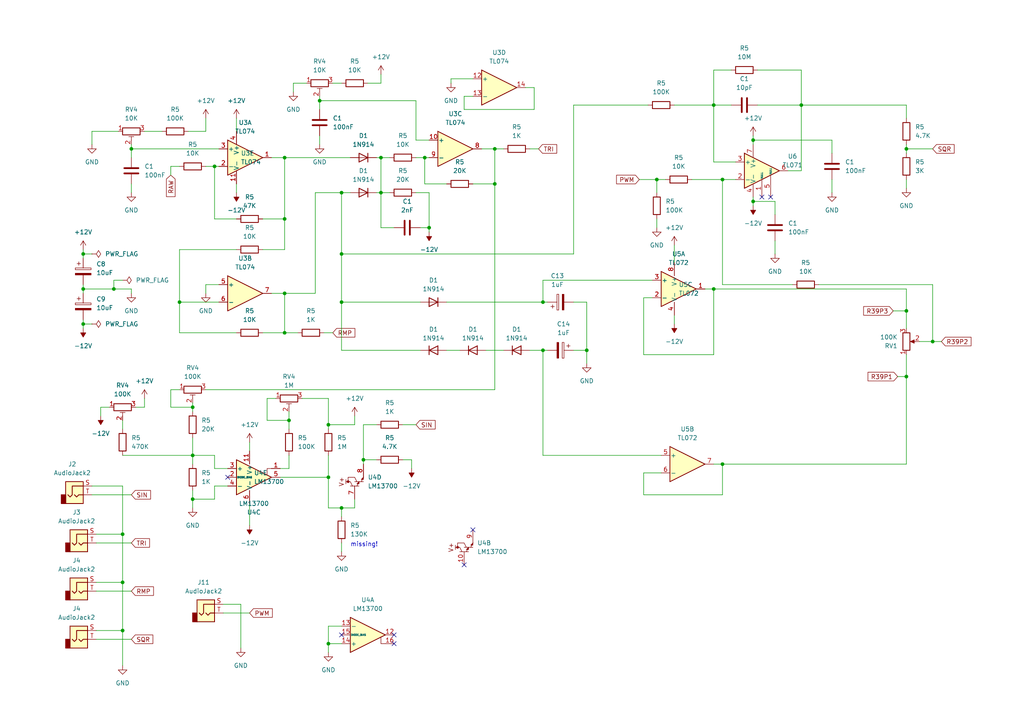
<source format=kicad_sch>
(kicad_sch (version 20230121) (generator eeschema)
  (paper "A4")
  (junction (at 35.56 168.91))
  (junction (at 157.48 87.63))
  (junction (at 35.56 182.88))
  (junction (at 124.46 66.04))
  (junction (at 35.56 154.94))
  (junction (at 110.49 45.72))
  (junction (at 143.51 53.34))
  (junction (at 157.48 101.6))
  (junction (at 123.19 45.72))
  (junction (at 55.88 144.78))
  (junction (at 83.82 121.92))
  (junction (at 190.5 52.07))
  (junction (at 218.44 40.64))
  (junction (at 82.55 63.5))
  (junction (at 218.44 58.42))
  (junction (at 99.06 73.66))
  (junction (at 143.51 43.18))
  (junction (at 262.89 90.17))
  (junction (at 207.01 83.82))
  (junction (at 99.06 147.32))
  (junction (at 170.18 101.6))
  (junction (at 262.89 109.22))
  (junction (at 99.06 55.88))
  (junction (at 270.51 99.06))
  (junction (at 82.55 96.52))
  (junction (at 95.25 138.43))
  (junction (at 105.41 133.35))
  (junction (at 209.55 134.62))
  (junction (at 33.02 83.82))
  (junction (at 55.88 132.08))
  (junction (at 52.07 87.63))
  (junction (at 209.55 52.07))
  (junction (at 92.71 29.21))
  (junction (at 95.25 186.69))
  (junction (at 24.13 93.98))
  (junction (at 95.25 123.19))
  (junction (at 24.13 73.66))
  (junction (at 24.13 83.82))
  (junction (at 82.55 45.72))
  (junction (at 62.23 48.26))
  (junction (at 55.88 118.11))
  (junction (at 207.01 30.48))
  (junction (at 82.55 85.09))
  (junction (at 262.89 43.18))
  (junction (at 99.06 87.63))
  (junction (at 110.49 55.88))
  (junction (at 38.1 43.18))
  (junction (at 232.41 30.48))
  (no_connect (at 66.04 138.43))
  (no_connect (at 220.98 57.15))
  (no_connect (at 99.06 184.15))
  (no_connect (at 223.52 57.15))
  (no_connect (at 134.62 163.83))
  (no_connect (at 114.3 186.69))
  (no_connect (at 114.3 184.15))
  (no_connect (at 137.16 153.67))
  (wire (pts (xy 77.47 115.57) (xy 77.47 121.92)))
  (wire (pts (xy 123.19 53.34) (xy 123.19 45.72)))
  (wire (pts (xy 92.71 29.21) (xy 92.71 31.75)))
  (wire (pts (xy 52.07 72.39) (xy 52.07 87.63)))
  (wire (pts (xy 110.49 24.13) (xy 110.49 21.59)))
  (wire (pts (xy 187.96 30.48) (xy 166.37 30.48)))
  (wire (pts (xy 82.55 72.39) (xy 82.55 63.5)))
  (wire (pts (xy 129.54 53.34) (xy 123.19 53.34)))
  (wire (pts (xy 35.56 182.88) (xy 35.56 193.04)))
  (wire (pts (xy 78.74 45.72) (xy 82.55 45.72)))
  (wire (pts (xy 24.13 72.39) (xy 24.13 73.66)))
  (wire (pts (xy 105.41 133.35) (xy 105.41 134.62)))
  (wire (pts (xy 95.25 138.43) (xy 81.28 138.43)))
  (wire (pts (xy 185.42 52.07) (xy 190.5 52.07)))
  (wire (pts (xy 38.1 53.34) (xy 38.1 55.88)))
  (wire (pts (xy 262.89 134.62) (xy 209.55 134.62)))
  (wire (pts (xy 59.69 48.26) (xy 62.23 48.26)))
  (wire (pts (xy 102.87 120.65) (xy 102.87 123.19)))
  (wire (pts (xy 99.06 147.32) (xy 95.25 147.32)))
  (wire (pts (xy 166.37 101.6) (xy 170.18 101.6)))
  (wire (pts (xy 101.6 55.88) (xy 99.06 55.88)))
  (wire (pts (xy 209.55 143.51) (xy 209.55 134.62)))
  (wire (pts (xy 82.55 96.52) (xy 86.36 96.52)))
  (wire (pts (xy 120.65 45.72) (xy 123.19 45.72)))
  (wire (pts (xy 262.89 95.25) (xy 262.89 90.17)))
  (wire (pts (xy 99.06 55.88) (xy 91.44 55.88)))
  (wire (pts (xy 134.62 31.75) (xy 154.94 31.75)))
  (wire (pts (xy 116.84 133.35) (xy 119.38 133.35)))
  (wire (pts (xy 190.5 52.07) (xy 190.5 55.88)))
  (wire (pts (xy 68.58 72.39) (xy 52.07 72.39)))
  (wire (pts (xy 166.37 30.48) (xy 166.37 73.66)))
  (wire (pts (xy 110.49 55.88) (xy 113.03 55.88)))
  (wire (pts (xy 62.23 140.97) (xy 66.04 140.97)))
  (wire (pts (xy 166.37 87.63) (xy 170.18 87.63)))
  (wire (pts (xy 143.51 53.34) (xy 137.16 53.34)))
  (wire (pts (xy 76.2 72.39) (xy 82.55 72.39)))
  (wire (pts (xy 83.82 121.92) (xy 83.82 119.38)))
  (wire (pts (xy 143.51 113.03) (xy 143.51 53.34)))
  (wire (pts (xy 109.22 123.19) (xy 105.41 123.19)))
  (wire (pts (xy 124.46 66.04) (xy 124.46 67.31)))
  (wire (pts (xy 140.97 101.6) (xy 146.05 101.6)))
  (wire (pts (xy 241.3 52.07) (xy 241.3 55.88)))
  (wire (pts (xy 124.46 40.64) (xy 120.65 40.64)))
  (wire (pts (xy 154.94 25.4) (xy 152.4 25.4)))
  (wire (pts (xy 121.92 101.6) (xy 99.06 101.6)))
  (wire (pts (xy 95.25 147.32) (xy 95.25 138.43)))
  (wire (pts (xy 209.55 52.07) (xy 213.36 52.07)))
  (wire (pts (xy 218.44 40.64) (xy 218.44 41.91)))
  (wire (pts (xy 228.6 49.53) (xy 232.41 49.53)))
  (wire (pts (xy 96.52 24.13) (xy 99.06 24.13)))
  (wire (pts (xy 26.67 143.51) (xy 38.1 143.51)))
  (wire (pts (xy 232.41 20.32) (xy 219.71 20.32)))
  (wire (pts (xy 232.41 30.48) (xy 232.41 20.32)))
  (wire (pts (xy 229.87 82.55) (xy 209.55 82.55)))
  (wire (pts (xy 92.71 27.94) (xy 92.71 29.21)))
  (wire (pts (xy 27.94 157.48) (xy 38.1 157.48)))
  (wire (pts (xy 207.01 83.82) (xy 204.47 83.82)))
  (wire (pts (xy 153.67 43.18) (xy 156.21 43.18)))
  (wire (pts (xy 186.69 143.51) (xy 209.55 143.51)))
  (wire (pts (xy 191.77 132.08) (xy 157.48 132.08)))
  (wire (pts (xy 232.41 49.53) (xy 232.41 30.48)))
  (wire (pts (xy 109.22 45.72) (xy 110.49 45.72)))
  (wire (pts (xy 38.1 83.82) (xy 33.02 83.82)))
  (wire (pts (xy 218.44 58.42) (xy 218.44 59.69)))
  (wire (pts (xy 121.92 66.04) (xy 124.46 66.04)))
  (wire (pts (xy 190.5 63.5) (xy 190.5 66.04)))
  (wire (pts (xy 83.82 132.08) (xy 83.82 135.89)))
  (wire (pts (xy 27.94 171.45) (xy 38.1 171.45)))
  (wire (pts (xy 49.53 118.11) (xy 55.88 118.11)))
  (wire (pts (xy 102.87 147.32) (xy 102.87 144.78)))
  (wire (pts (xy 41.91 38.1) (xy 46.99 38.1)))
  (wire (pts (xy 83.82 135.89) (xy 81.28 135.89)))
  (wire (pts (xy 207.01 46.99) (xy 207.01 30.48)))
  (wire (pts (xy 95.25 181.61) (xy 95.25 186.69)))
  (wire (pts (xy 170.18 101.6) (xy 170.18 105.41)))
  (wire (pts (xy 52.07 113.03) (xy 49.53 113.03)))
  (wire (pts (xy 99.06 73.66) (xy 99.06 55.88)))
  (wire (pts (xy 114.3 66.04) (xy 110.49 66.04)))
  (wire (pts (xy 91.44 55.88) (xy 91.44 85.09)))
  (wire (pts (xy 195.58 91.44) (xy 195.58 93.98)))
  (wire (pts (xy 24.13 73.66) (xy 24.13 74.93)))
  (wire (pts (xy 29.21 118.11) (xy 29.21 120.65)))
  (wire (pts (xy 241.3 44.45) (xy 241.3 40.64)))
  (wire (pts (xy 262.89 90.17) (xy 262.89 83.82)))
  (wire (pts (xy 68.58 63.5) (xy 62.23 63.5)))
  (wire (pts (xy 120.65 55.88) (xy 124.46 55.88)))
  (wire (pts (xy 195.58 71.12) (xy 195.58 76.2)))
  (wire (pts (xy 24.13 93.98) (xy 24.13 95.25)))
  (wire (pts (xy 38.1 43.18) (xy 38.1 45.72)))
  (wire (pts (xy 52.07 87.63) (xy 63.5 87.63)))
  (wire (pts (xy 24.13 82.55) (xy 24.13 83.82)))
  (wire (pts (xy 106.68 24.13) (xy 110.49 24.13)))
  (wire (pts (xy 72.39 146.05) (xy 72.39 152.4)))
  (wire (pts (xy 224.79 69.85) (xy 224.79 73.66)))
  (wire (pts (xy 262.89 43.18) (xy 262.89 44.45)))
  (wire (pts (xy 68.58 34.29) (xy 68.58 38.1)))
  (wire (pts (xy 82.55 96.52) (xy 76.2 96.52)))
  (wire (pts (xy 24.13 83.82) (xy 24.13 85.09)))
  (wire (pts (xy 189.23 86.36) (xy 186.69 86.36)))
  (wire (pts (xy 262.89 41.91) (xy 262.89 43.18)))
  (wire (pts (xy 33.02 83.82) (xy 24.13 83.82)))
  (wire (pts (xy 34.29 38.1) (xy 26.67 38.1)))
  (wire (pts (xy 59.69 82.55) (xy 59.69 85.09)))
  (wire (pts (xy 95.25 115.57) (xy 95.25 123.19)))
  (wire (pts (xy 78.74 85.09) (xy 82.55 85.09)))
  (wire (pts (xy 218.44 39.37) (xy 218.44 40.64)))
  (wire (pts (xy 95.25 186.69) (xy 95.25 189.23)))
  (wire (pts (xy 123.19 45.72) (xy 124.46 45.72)))
  (wire (pts (xy 219.71 30.48) (xy 232.41 30.48)))
  (wire (pts (xy 157.48 101.6) (xy 158.75 101.6)))
  (wire (pts (xy 91.44 85.09) (xy 82.55 85.09)))
  (wire (pts (xy 27.94 168.91) (xy 35.56 168.91)))
  (wire (pts (xy 124.46 55.88) (xy 124.46 66.04)))
  (wire (pts (xy 153.67 101.6) (xy 157.48 101.6)))
  (wire (pts (xy 72.39 128.27) (xy 72.39 130.81)))
  (wire (pts (xy 218.44 58.42) (xy 224.79 58.42)))
  (wire (pts (xy 69.85 175.26) (xy 69.85 187.96)))
  (wire (pts (xy 143.51 43.18) (xy 143.51 53.34)))
  (wire (pts (xy 110.49 66.04) (xy 110.49 55.88)))
  (wire (pts (xy 83.82 121.92) (xy 83.82 124.46)))
  (wire (pts (xy 119.38 133.35) (xy 119.38 135.89)))
  (wire (pts (xy 143.51 43.18) (xy 146.05 43.18)))
  (wire (pts (xy 237.49 82.55) (xy 270.51 82.55)))
  (wire (pts (xy 62.23 63.5) (xy 62.23 48.26)))
  (wire (pts (xy 35.56 140.97) (xy 35.56 154.94)))
  (wire (pts (xy 120.65 40.64) (xy 120.65 29.21)))
  (wire (pts (xy 213.36 46.99) (xy 207.01 46.99)))
  (wire (pts (xy 62.23 135.89) (xy 66.04 135.89)))
  (wire (pts (xy 262.89 34.29) (xy 262.89 30.48)))
  (wire (pts (xy 262.89 30.48) (xy 232.41 30.48)))
  (wire (pts (xy 102.87 147.32) (xy 99.06 147.32)))
  (wire (pts (xy 35.56 121.92) (xy 35.56 124.46)))
  (wire (pts (xy 24.13 73.66) (xy 26.67 73.66)))
  (wire (pts (xy 38.1 85.09) (xy 38.1 83.82)))
  (wire (pts (xy 62.23 48.26) (xy 63.5 48.26)))
  (wire (pts (xy 99.06 87.63) (xy 99.06 73.66)))
  (wire (pts (xy 85.09 24.13) (xy 85.09 26.67)))
  (wire (pts (xy 209.55 134.62) (xy 207.01 134.62)))
  (wire (pts (xy 207.01 102.87) (xy 207.01 83.82)))
  (wire (pts (xy 95.25 186.69) (xy 99.06 186.69)))
  (wire (pts (xy 262.89 102.87) (xy 262.89 109.22)))
  (wire (pts (xy 120.65 29.21) (xy 92.71 29.21)))
  (wire (pts (xy 27.94 182.88) (xy 35.56 182.88)))
  (wire (pts (xy 157.48 132.08) (xy 157.48 101.6)))
  (wire (pts (xy 207.01 20.32) (xy 207.01 30.48)))
  (wire (pts (xy 55.88 127) (xy 55.88 132.08)))
  (wire (pts (xy 95.25 132.08) (xy 95.25 138.43)))
  (wire (pts (xy 52.07 96.52) (xy 52.07 87.63)))
  (wire (pts (xy 110.49 45.72) (xy 113.03 45.72)))
  (wire (pts (xy 200.66 52.07) (xy 209.55 52.07)))
  (wire (pts (xy 116.84 123.19) (xy 120.65 123.19)))
  (wire (pts (xy 137.16 27.94) (xy 134.62 27.94)))
  (wire (pts (xy 55.88 144.78) (xy 55.88 147.32)))
  (wire (pts (xy 99.06 101.6) (xy 99.06 87.63)))
  (wire (pts (xy 55.88 132.08) (xy 55.88 134.62)))
  (wire (pts (xy 99.06 147.32) (xy 99.06 149.86)))
  (wire (pts (xy 262.89 52.07) (xy 262.89 54.61)))
  (wire (pts (xy 49.53 113.03) (xy 49.53 118.11)))
  (wire (pts (xy 68.58 53.34) (xy 68.58 55.88)))
  (wire (pts (xy 195.58 30.48) (xy 207.01 30.48)))
  (wire (pts (xy 157.48 81.28) (xy 157.48 87.63)))
  (wire (pts (xy 262.89 109.22) (xy 262.89 134.62)))
  (wire (pts (xy 191.77 137.16) (xy 186.69 137.16)))
  (wire (pts (xy 218.44 57.15) (xy 218.44 58.42)))
  (wire (pts (xy 259.08 90.17) (xy 262.89 90.17)))
  (wire (pts (xy 270.51 82.55) (xy 270.51 99.06)))
  (wire (pts (xy 62.23 144.78) (xy 55.88 144.78)))
  (wire (pts (xy 87.63 115.57) (xy 95.25 115.57)))
  (wire (pts (xy 55.88 142.24) (xy 55.88 144.78)))
  (wire (pts (xy 33.02 81.28) (xy 33.02 83.82)))
  (wire (pts (xy 24.13 93.98) (xy 26.67 93.98)))
  (wire (pts (xy 102.87 123.19) (xy 95.25 123.19)))
  (wire (pts (xy 134.62 27.94) (xy 134.62 31.75)))
  (wire (pts (xy 166.37 73.66) (xy 99.06 73.66)))
  (wire (pts (xy 99.06 181.61) (xy 95.25 181.61)))
  (wire (pts (xy 157.48 87.63) (xy 158.75 87.63)))
  (wire (pts (xy 52.07 48.26) (xy 49.53 48.26)))
  (wire (pts (xy 270.51 99.06) (xy 273.05 99.06)))
  (wire (pts (xy 82.55 85.09) (xy 82.55 96.52)))
  (wire (pts (xy 62.23 140.97) (xy 62.23 144.78)))
  (wire (pts (xy 35.56 168.91) (xy 35.56 182.88)))
  (wire (pts (xy 55.88 118.11) (xy 55.88 119.38)))
  (wire (pts (xy 186.69 102.87) (xy 207.01 102.87)))
  (wire (pts (xy 39.37 118.11) (xy 41.91 118.11)))
  (wire (pts (xy 262.89 43.18) (xy 270.51 43.18)))
  (wire (pts (xy 105.41 133.35) (xy 109.22 133.35)))
  (wire (pts (xy 241.3 40.64) (xy 218.44 40.64)))
  (wire (pts (xy 35.56 154.94) (xy 35.56 168.91)))
  (wire (pts (xy 55.88 116.84) (xy 55.88 118.11)))
  (wire (pts (xy 139.7 43.18) (xy 143.51 43.18)))
  (wire (pts (xy 27.94 185.42) (xy 38.1 185.42)))
  (wire (pts (xy 92.71 39.37) (xy 92.71 41.91)))
  (wire (pts (xy 63.5 82.55) (xy 59.69 82.55)))
  (wire (pts (xy 76.2 63.5) (xy 82.55 63.5)))
  (wire (pts (xy 190.5 52.07) (xy 193.04 52.07)))
  (wire (pts (xy 95.25 123.19) (xy 95.25 124.46)))
  (wire (pts (xy 270.51 99.06) (xy 266.7 99.06)))
  (wire (pts (xy 260.35 109.22) (xy 262.89 109.22)))
  (wire (pts (xy 224.79 62.23) (xy 224.79 58.42)))
  (wire (pts (xy 24.13 92.71) (xy 24.13 93.98)))
  (wire (pts (xy 35.56 81.28) (xy 33.02 81.28)))
  (wire (pts (xy 189.23 81.28) (xy 157.48 81.28)))
  (wire (pts (xy 54.61 38.1) (xy 59.69 38.1)))
  (wire (pts (xy 82.55 45.72) (xy 101.6 45.72)))
  (wire (pts (xy 59.69 38.1) (xy 59.69 34.29)))
  (wire (pts (xy 212.09 20.32) (xy 207.01 20.32)))
  (wire (pts (xy 93.98 96.52) (xy 96.52 96.52)))
  (wire (pts (xy 41.91 118.11) (xy 41.91 115.57)))
  (wire (pts (xy 129.54 87.63) (xy 157.48 87.63)))
  (wire (pts (xy 26.67 140.97) (xy 35.56 140.97)))
  (wire (pts (xy 207.01 30.48) (xy 212.09 30.48)))
  (wire (pts (xy 137.16 22.86) (xy 130.81 22.86)))
  (wire (pts (xy 209.55 82.55) (xy 209.55 52.07)))
  (wire (pts (xy 105.41 123.19) (xy 105.41 133.35)))
  (wire (pts (xy 207.01 83.82) (xy 262.89 83.82)))
  (wire (pts (xy 130.81 22.86) (xy 130.81 24.13)))
  (wire (pts (xy 88.9 24.13) (xy 85.09 24.13)))
  (wire (pts (xy 80.01 115.57) (xy 77.47 115.57)))
  (wire (pts (xy 68.58 96.52) (xy 52.07 96.52)))
  (wire (pts (xy 49.53 48.26) (xy 49.53 50.8)))
  (wire (pts (xy 27.94 154.94) (xy 35.56 154.94)))
  (wire (pts (xy 129.54 101.6) (xy 133.35 101.6)))
  (wire (pts (xy 35.56 132.08) (xy 55.88 132.08)))
  (wire (pts (xy 62.23 132.08) (xy 55.88 132.08)))
  (wire (pts (xy 154.94 31.75) (xy 154.94 25.4)))
  (wire (pts (xy 64.77 177.8) (xy 72.39 177.8)))
  (wire (pts (xy 38.1 43.18) (xy 63.5 43.18)))
  (wire (pts (xy 186.69 86.36) (xy 186.69 102.87)))
  (wire (pts (xy 99.06 157.48) (xy 99.06 160.02)))
  (wire (pts (xy 31.75 118.11) (xy 29.21 118.11)))
  (wire (pts (xy 64.77 175.26) (xy 69.85 175.26)))
  (wire (pts (xy 77.47 121.92) (xy 83.82 121.92)))
  (wire (pts (xy 82.55 45.72) (xy 82.55 63.5)))
  (wire (pts (xy 99.06 87.63) (xy 121.92 87.63)))
  (wire (pts (xy 186.69 137.16) (xy 186.69 143.51)))
  (wire (pts (xy 59.69 113.03) (xy 143.51 113.03)))
  (wire (pts (xy 38.1 41.91) (xy 38.1 43.18)))
  (wire (pts (xy 62.23 135.89) (xy 62.23 132.08)))
  (wire (pts (xy 110.49 55.88) (xy 110.49 45.72)))
  (wire (pts (xy 170.18 87.63) (xy 170.18 101.6)))
  (wire (pts (xy 109.22 55.88) (xy 110.49 55.88)))
  (wire (pts (xy 26.67 38.1) (xy 26.67 41.91)))
  (text "missing!" (at 101.6 158.75 0) (effects (font (size 1.27 1.27)) (justify left bottom)))
  (global_label "RMP" (shape input) (at 96.52 96.52 0) (property "Intersheetrefs" "${INTERSHEET_REFS}" (effects hide)))
  (global_label "SQR" (shape input) (at 270.51 43.18 0) (property "Intersheetrefs" "${INTERSHEET_REFS}" (effects hide)))
  (global_label "R39P3" (shape input) (at 259.08 90.17 180) (property "Intersheetrefs" "${INTERSHEET_REFS}" (effects hide)))
  (global_label "RMP" (shape input) (at 38.1 171.45 0) (property "Intersheetrefs" "${INTERSHEET_REFS}" (effects hide)))
  (global_label "RAW" (shape input) (at 49.53 50.8 270) (property "Intersheetrefs" "${INTERSHEET_REFS}" (effects hide)))
  (global_label "SQR" (shape input) (at 38.1 185.42 0) (property "Intersheetrefs" "${INTERSHEET_REFS}" (effects hide)))
  (global_label "SIN" (shape input) (at 38.1 143.51 0) (property "Intersheetrefs" "${INTERSHEET_REFS}" (effects hide)))
  (global_label "SIN" (shape input) (at 120.65 123.19 0) (property "Intersheetrefs" "${INTERSHEET_REFS}" (effects hide)))
  (global_label "R39P1" (shape input) (at 260.35 109.22 180) (property "Intersheetrefs" "${INTERSHEET_REFS}" (effects hide)))
  (global_label "PWM" (shape input) (at 185.42 52.07 180) (property "Intersheetrefs" "${INTERSHEET_REFS}" (effects hide)))
  (global_label "R39P2" (shape input) (at 273.05 99.06 0) (property "Intersheetrefs" "${INTERSHEET_REFS}" (effects hide)))
  (global_label "PWM" (shape input) (at 72.39 177.8 0) (property "Intersheetrefs" "${INTERSHEET_REFS}" (effects hide)))
  (global_label "TRI" (shape input) (at 38.1 157.48 0) (property "Intersheetrefs" "${INTERSHEET_REFS}" (effects hide)))
  (global_label "TRI" (shape input) (at 156.21 43.18 0) (property "Intersheetrefs" "${INTERSHEET_REFS}" (effects hide)))
  (symbol (lib_id "Device:R") (at 102.87 24.13 90) (unit 1)
    (property "Reference" "R5" (at 102.87 17.78 90))
    (property "Value" "10K" (at 102.87 20.32 90))
    (property "Footprint" "Library:R_Axial_DIN0207_L6.3mm_D2.5mm_P7.62mm_Horizontal" (effects hide))
    (instances (project "VCO" (path "" (reference "R5") (unit 1)) (path "" (reference "R28") (unit 1)) (path "" (reference "R37") (unit 1))))
  )
  (symbol (lib_id "power:+12V") (at 41.91 115.57 0) (unit 1)
    (property "Reference" "#PWR05" (effects hide))
    (property "Value" "+12V" (at 41.91 110.49 0))
    (instances (project "VCO" (path "" (reference "#PWR05") (unit 1)) (path "" (reference "#PWR020") (unit 1)) (path "" (reference "#PWR027") (unit 1))))
  )
  (symbol (lib_id "Device:C_Polarized") (at 24.13 88.9 0) (unit 1)
    (property "Reference" "C9" (at 27.94 86.741 0) (effects (justify left)))
    (property "Value" "10uF" (at 27.94 89.281 0) (effects (justify left)))
    (property "Footprint" "Capacitor_THT:CP_Radial_D4.0mm_P2.00mm" (effects hide))
  )
  (symbol (lib_id "Device:R") (at 99.06 153.67 0) (unit 1)
    (property "Reference" "R5" (at 101.6 152.4 0) (effects (justify left)))
    (property "Value" "130K" (at 101.6 154.94 0) (effects (justify left)))
    (property "Footprint" "Library:R_Axial_DIN0207_L6.3mm_D2.5mm_P7.62mm_Horizontal" (effects hide))
    (instances (project "VCO" (path "" (reference "R5") (unit 1)) (path "" (reference "R28") (unit 1)) (path "" (reference "R51") (unit 1))))
  )
  (symbol (lib_id "power:GND") (at 85.09 26.67 0) (unit 1)
    (property "Reference" "#PWR036" (effects hide))
    (property "Value" "GND" (at 85.09 31.75 0))
  )
  (symbol (lib_id "power:-12V") (at 195.58 93.98 180) (unit 1)
    (property "Reference" "#PWR047" (effects hide))
    (property "Value" "-12V" (at 195.58 99.06 0))
  )
  (symbol (lib_id "Device:R_Potentiometer_Trim") (at 35.56 118.11 90) (mirror x) (unit 1)
    (property "Reference" "RV4" (at 35.56 111.76 90))
    (property "Value" "100K" (at 35.56 114.3 90))
    (property "Footprint" "Potentiometer_THT:Potentiometer_Bourns_3296W_Vertical" (effects hide))
    (instances (project "VCO" (path "" (reference "RV4") (unit 1)) (path "" (reference "RV8") (unit 1)) (path "" (reference "SINBIAS1") (unit 1))))
  )
  (symbol (lib_id "Amplifier_Operational:LM13700") (at 106.68 184.15 0) (unit 1)
    (property "Reference" "U4" (at 106.68 173.99 0))
    (property "Value" "LM13700" (at 106.68 176.53 0))
    (property "Footprint" "Package_DIP:DIP-16_W7.62mm_LongPads" (effects hide))
    (property "Datasheet" "http://www.ti.com/lit/ds/symlink/lm13700.pdf" (effects hide))
  )
  (symbol (lib_id "power:-12V") (at 29.21 120.65 180) (unit 1)
    (property "Reference" "#PWR023" (effects hide))
    (property "Value" "-12V" (at 29.21 125.73 0))
  )
  (symbol (lib_id "power:GND") (at 190.5 66.04 0) (unit 1)
    (property "Reference" "#PWR045" (effects hide))
    (property "Value" "GND" (at 190.5 71.12 0))
  )
  (symbol (lib_id "Device:R") (at 233.68 82.55 90) (unit 1)
    (property "Reference" "R5" (at 233.68 76.2 90))
    (property "Value" "10K" (at 233.68 78.74 90))
    (property "Footprint" "Library:R_Axial_DIN0207_L6.3mm_D2.5mm_P7.62mm_Horizontal" (effects hide))
    (instances (project "VCO" (path "" (reference "R5") (unit 1)) (path "" (reference "R28") (unit 1)) (path "" (reference "R48") (unit 1))))
  )
  (symbol (lib_id "Device:C_Polarized") (at 162.56 101.6 270) (unit 1)
    (property "Reference" "C14" (at 163.449 93.98 90))
    (property "Value" "1uF" (at 163.449 96.52 90))
    (property "Footprint" "Capacitor_THT:CP_Radial_D4.0mm_P2.00mm" (effects hide))
  )
  (symbol (lib_id "power:GND") (at 170.18 105.41 0) (unit 1)
    (property "Reference" "#PWR044" (effects hide))
    (property "Value" "GND" (at 170.18 110.49 0))
  )
  (symbol (lib_id "Diode:1N914") (at 105.41 45.72 180) (unit 1)
    (property "Reference" "D1" (at 105.41 39.37 0))
    (property "Value" "1N914" (at 105.41 41.91 0))
    (property "Footprint" "Diode_THT:D_DO-35_SOD27_P7.62mm_Horizontal" (effects hide))
    (property "Datasheet" "http://www.vishay.com/docs/85622/1n914.pdf" (effects hide))
    (property "Sim.Device" "D" (effects hide))
    (property "Sim.Pins" "1=K 2=A" (effects hide))
    (instances (project "VCO" (path "" (reference "D1") (unit 1)) (path "" (reference "D3") (unit 1)) (path "" (reference "D3") (unit 1))))
  )
  (symbol (lib_id "Connector-github:AudioJack2") (at 22.86 171.45 0) (unit 1) (on_board no)
    (property "Reference" "J4" (at 22.225 162.56 0))
    (property "Value" "AudioJack2" (at 22.225 165.1 0))
    (property "Footprint" "Connector_Audio:Jack_3.5mm_QingPu_WQP-PJ398SM_Vertical_CircularHoles" (effects hide))
    (instances (project "VCO" (path "" (reference "J4") (unit 1)) (path "" (reference "J9") (unit 1))))
  )
  (symbol (lib_id "Device:R") (at 55.88 48.26 90) (unit 1)
    (property "Reference" "R5" (at 55.88 41.91 90))
    (property "Value" "10K" (at 55.88 44.45 90))
    (property "Footprint" "Library:R_Axial_DIN0207_L6.3mm_D2.5mm_P7.62mm_Horizontal" (effects hide))
    (instances (project "VCO" (path "" (reference "R5") (unit 1)) (path "" (reference "R28") (unit 1)) (path "" (reference "R28") (unit 1))))
  )
  (symbol (lib_id "power:GND") (at 92.71 41.91 0) (unit 1)
    (property "Reference" "#PWR038" (effects hide))
    (property "Value" "GND" (at 92.71 46.99 0))
  )
  (symbol (lib_id "power:-12V") (at 68.58 55.88 180) (unit 1)
    (property "Reference" "#PWR032" (effects hide))
    (property "Value" "-12V" (at 68.58 60.96 0))
  )
  (symbol (lib_id "Connector-github:AudioJack2") (at 22.86 157.48 0) (unit 1) (on_board no)
    (property "Reference" "J3" (at 22.225 148.59 0))
    (property "Value" "AudioJack2" (at 22.225 151.13 0))
    (property "Footprint" "Connector_Audio:Jack_3.5mm_QingPu_WQP-PJ398SM_Vertical_CircularHoles" (effects hide))
    (instances (project "VCO" (path "" (reference "J3") (unit 1)) (path "" (reference "J8") (unit 1))))
  )
  (symbol (lib_id "Device:R") (at 133.35 53.34 90) (unit 1)
    (property "Reference" "R5" (at 133.35 46.99 90))
    (property "Value" "20K" (at 133.35 49.53 90))
    (property "Footprint" "Library:R_Axial_DIN0207_L6.3mm_D2.5mm_P7.62mm_Horizontal" (effects hide))
    (instances (project "VCO" (path "" (reference "R5") (unit 1)) (path "" (reference "R28") (unit 1)) (path "" (reference "R42") (unit 1))))
  )
  (symbol (lib_id "Device:R") (at 35.56 128.27 0) (unit 1)
    (property "Reference" "R5" (at 38.1 127 0) (effects (justify left)))
    (property "Value" "470K" (at 38.1 129.54 0) (effects (justify left)))
    (property "Footprint" "Library:R_Axial_DIN0207_L6.3mm_D2.5mm_P7.62mm_Horizontal" (effects hide))
    (instances (project "VCO" (path "" (reference "R5") (unit 1)) (path "" (reference "R28") (unit 1)) (path "" (reference "R26") (unit 1))))
  )
  (symbol (lib_id "power:+12V") (at 59.69 34.29 0) (unit 1)
    (property "Reference" "#PWR05" (effects hide))
    (property "Value" "+12V" (at 59.69 29.21 0))
    (instances (project "VCO" (path "" (reference "#PWR05") (unit 1)) (path "" (reference "#PWR020") (unit 1)) (path "" (reference "#PWR029") (unit 1))))
  )
  (symbol (lib_id "Device:R") (at 72.39 63.5 90) (unit 1)
    (property "Reference" "R5" (at 72.39 57.15 90))
    (property "Value" "47K" (at 72.39 59.69 90))
    (property "Footprint" "Library:R_Axial_DIN0207_L6.3mm_D2.5mm_P7.62mm_Horizontal" (effects hide))
    (instances (project "VCO" (path "" (reference "R5") (unit 1)) (path "" (reference "R28") (unit 1)) (path "" (reference "R31") (unit 1))))
  )
  (symbol (lib_id "power:PWR_FLAG") (at 26.67 93.98 270) (unit 1)
    (property "Reference" "#FLG02" (effects hide))
    (property "Value" "PWR_FLAG" (at 30.48 93.98 90) (effects (justify left)))
  )
  (symbol (lib_id "Diode:1N914") (at 105.41 55.88 180) (unit 1)
    (property "Reference" "D1" (at 105.41 49.53 0))
    (property "Value" "1N914" (at 105.41 52.07 0))
    (property "Footprint" "Diode_THT:D_DO-35_SOD27_P7.62mm_Horizontal" (effects hide))
    (property "Datasheet" "http://www.vishay.com/docs/85622/1n914.pdf" (effects hide))
    (property "Sim.Device" "D" (effects hide))
    (property "Sim.Pins" "1=K 2=A" (effects hide))
    (instances (project "VCO" (path "" (reference "D1") (unit 1)) (path "" (reference "D3") (unit 1)) (path "" (reference "D4") (unit 1))))
  )
  (symbol (lib_id "power:-12V") (at 218.44 59.69 180) (unit 1)
    (property "Reference" "#PWR049" (effects hide))
    (property "Value" "-12V" (at 218.44 64.77 0))
  )
  (symbol (lib_id "Device:R") (at 116.84 45.72 90) (unit 1)
    (property "Reference" "R5" (at 116.84 39.37 90))
    (property "Value" "10K" (at 116.84 41.91 90))
    (property "Footprint" "Library:R_Axial_DIN0207_L6.3mm_D2.5mm_P7.62mm_Horizontal" (effects hide))
    (instances (project "VCO" (path "" (reference "R5") (unit 1)) (path "" (reference "R28") (unit 1)) (path "" (reference "R40") (unit 1))))
  )
  (symbol (lib_id "Amplifier_Operational:LM13700") (at 74.93 138.43 0) (unit 5)
    (property "Reference" "U4" (at 73.66 137.16 0) (effects (justify left)))
    (property "Value" "LM13700" (at 73.66 139.7 0) (effects (justify left)))
    (property "Footprint" "Package_DIP:DIP-16_W7.62mm_LongPads" (effects hide))
    (property "Datasheet" "http://www.ti.com/lit/ds/symlink/lm13700.pdf" (effects hide))
  )
  (symbol (lib_id "Amplifier_Operational:LM13700") (at 134.62 156.21 90) (unit 2)
    (property "Reference" "U4" (at 138.43 157.48 90) (effects (justify right)))
    (property "Value" "LM13700" (at 138.43 160.02 90) (effects (justify right)))
    (property "Footprint" "Package_DIP:DIP-16_W7.62mm_LongPads" (effects hide))
    (property "Datasheet" "http://www.ti.com/lit/ds/symlink/lm13700.pdf" (effects hide))
  )
  (symbol (lib_id "power:GND") (at 35.56 193.04 0) (unit 1)
    (property "Reference" "#PWR09" (effects hide))
    (property "Value" "GND" (at 35.56 198.12 0))
    (instances (project "VCO" (path "" (reference "#PWR09") (unit 1)) (path "" (reference "#PWR049") (unit 1)) (path "" (reference "#PWR024") (unit 1))))
  )
  (symbol (lib_id "power:+12V") (at 195.58 71.12 0) (unit 1)
    (property "Reference" "#PWR05" (effects hide))
    (property "Value" "+12V" (at 195.58 66.04 0))
    (instances (project "VCO" (path "" (reference "#PWR05") (unit 1)) (path "" (reference "#PWR020") (unit 1)) (path "" (reference "#PWR046") (unit 1))))
  )
  (symbol (lib_id "Device:R") (at 113.03 123.19 90) (unit 1)
    (property "Reference" "R5" (at 113.03 116.84 90))
    (property "Value" "1K" (at 113.03 119.38 90))
    (property "Footprint" "Library:R_Axial_DIN0207_L6.3mm_D2.5mm_P7.62mm_Horizontal" (effects hide))
    (instances (project "VCO" (path "" (reference "R5") (unit 1)) (path "" (reference "R28") (unit 1)) (path "" (reference "R38") (unit 1))))
  )
  (symbol (lib_id "power:-12V") (at 24.13 95.25 180) (unit 1)
    (property "Reference" "#PWR021" (effects hide))
    (property "Value" "-12V" (at 24.13 100.33 0))
  )
  (symbol (lib_id "Diode:1N914") (at 137.16 101.6 0) (unit 1)
    (property "Reference" "D1" (at 137.16 95.5306 0))
    (property "Value" "1N914" (at 137.16 98.0706 0))
    (property "Footprint" "Diode_THT:D_DO-35_SOD27_P7.62mm_Horizontal" (effects hide))
    (property "Datasheet" "http://www.vishay.com/docs/85622/1n914.pdf" (effects hide))
    (property "Sim.Device" "D" (effects hide))
    (property "Sim.Pins" "1=K 2=A" (effects hide))
    (instances (project "VCO" (path "" (reference "D1") (unit 1)) (path "" (reference "D3") (unit 1)) (path "" (reference "D7") (unit 1))))
  )
  (symbol (lib_id "Device:R") (at 95.25 128.27 0) (unit 1)
    (property "Reference" "R5" (at 97.79 127 0) (effects (justify left)))
    (property "Value" "1M" (at 97.79 129.54 0) (effects (justify left)))
    (property "Footprint" "Library:R_Axial_DIN0207_L6.3mm_D2.5mm_P7.62mm_Horizontal" (effects hide))
    (instances (project "VCO" (path "" (reference "R5") (unit 1)) (path "" (reference "R28") (unit 1)) (path "" (reference "R36") (unit 1))))
  )
  (symbol (lib_id "Amplifier_Operational:TL072") (at 198.12 83.82 0) (unit 3)
    (property "Reference" "U5" (at 196.85 82.55 0) (effects (justify left)))
    (property "Value" "TL072" (at 196.85 85.09 0) (effects (justify left)))
    (property "Footprint" "Package_DIP:DIP-8_W7.62mm_LongPads" (effects hide))
    (property "Datasheet" "http://www.ti.com/lit/ds/symlink/tl071.pdf" (effects hide))
  )
  (symbol (lib_id "Device:R") (at 215.9 20.32 90) (unit 1)
    (property "Reference" "R5" (at 215.9 13.97 90))
    (property "Value" "10M" (at 215.9 16.51 90))
    (property "Footprint" "Library:R_Axial_DIN0207_L6.3mm_D2.5mm_P7.62mm_Horizontal" (effects hide))
    (instances (project "VCO" (path "" (reference "R5") (unit 1)) (path "" (reference "R28") (unit 1)) (path "" (reference "R47") (unit 1))))
  )
  (symbol (lib_id "Connector-github:AudioJack2") (at 21.59 143.51 0) (unit 1) (on_board no)
    (property "Reference" "J2" (at 20.955 134.62 0))
    (property "Value" "AudioJack2" (at 20.955 137.16 0))
    (property "Footprint" "Connector_Audio:Jack_3.5mm_QingPu_WQP-PJ398SM_Vertical_CircularHoles" (effects hide))
    (instances (project "VCO" (path "" (reference "J2") (unit 1)) (path "" (reference "J7") (unit 1))))
  )
  (symbol (lib_id "Device:C") (at 38.1 49.53 180) (unit 1)
    (property "Reference" "C1" (at 41.91 48.26 0) (effects (justify right)))
    (property "Value" "100nF" (at 41.91 50.8 0) (effects (justify right)))
    (property "Footprint" "Capacitor_THT:C_Disc_D3.0mm_W1.6mm_P2.50mm" (effects hide))
    (instances (project "VCO" (path "" (reference "C1") (unit 1)) (path "" (reference "C8") (unit 1)) (path "" (reference "C10") (unit 1))))
  )
  (symbol (lib_id "Device:R_Potentiometer_Trim") (at 55.88 113.03 90) (mirror x) (unit 1)
    (property "Reference" "RV4" (at 55.88 106.68 90))
    (property "Value" "100K" (at 55.88 109.22 90))
    (property "Footprint" "Potentiometer_THT:Potentiometer_Bourns_3296W_Vertical" (effects hide))
    (instances (project "VCO" (path "" (reference "RV4") (unit 1)) (path "" (reference "RV8") (unit 1)) (path "" (reference "SINSHAPE1") (unit 1))))
  )
  (symbol (lib_id "Device:R") (at 55.88 123.19 0) (unit 1)
    (property "Reference" "R5" (at 58.42 121.92 0) (effects (justify left)))
    (property "Value" "20K" (at 58.42 124.46 0) (effects (justify left)))
    (property "Footprint" "Library:R_Axial_DIN0207_L6.3mm_D2.5mm_P7.62mm_Horizontal" (effects hide))
    (instances (project "VCO" (path "" (reference "R5") (unit 1)) (path "" (reference "R28") (unit 1)) (path "" (reference "R29") (unit 1))))
  )
  (symbol (lib_id "Diode:1N914") (at 125.73 87.63 180) (unit 1)
    (property "Reference" "D1" (at 125.73 81.28 0))
    (property "Value" "1N914" (at 125.73 83.82 0))
    (property "Footprint" "Diode_THT:D_DO-35_SOD27_P7.62mm_Horizontal" (effects hide))
    (property "Datasheet" "http://www.vishay.com/docs/85622/1n914.pdf" (effects hide))
    (property "Sim.Device" "D" (effects hide))
    (property "Sim.Pins" "1=K 2=A" (effects hide))
    (instances (project "VCO" (path "" (reference "D1") (unit 1)) (path "" (reference "D3") (unit 1)) (path "" (reference "D5") (unit 1))))
  )
  (symbol (lib_id "Device:R") (at 50.8 38.1 90) (unit 1)
    (property "Reference" "R5" (at 50.8 31.75 90))
    (property "Value" "100K" (at 50.8 34.29 90))
    (property "Footprint" "Library:R_Axial_DIN0207_L6.3mm_D2.5mm_P7.62mm_Horizontal" (effects hide))
    (instances (project "VCO" (path "" (reference "R5") (unit 1)) (path "" (reference "R28") (unit 1)) (path "" (reference "R27") (unit 1))))
  )
  (symbol (lib_id "Device:C") (at 92.71 35.56 180) (unit 1)
    (property "Reference" "C1" (at 96.52 34.29 0) (effects (justify right)))
    (property "Value" "100nF" (at 96.52 36.83 0) (effects (justify right)))
    (property "Footprint" "Capacitor_THT:C_Disc_D3.0mm_W1.6mm_P2.50mm" (effects hide))
    (instances (project "VCO" (path "" (reference "C1") (unit 1)) (path "" (reference "C8") (unit 1)) (path "" (reference "C11") (unit 1))))
  )
  (symbol (lib_id "Connector-github:AudioJack2") (at 59.69 177.8 0) (unit 1) (on_board no)
    (property "Reference" "J11" (at 59.055 168.91 0))
    (property "Value" "AudioJack2" (at 59.055 171.45 0))
    (property "Footprint" "Connector_Audio:Jack_3.5mm_QingPu_WQP-PJ398SM_Vertical_CircularHoles" (effects hide))
    (instances (project "VCO" (path "" (reference "J11") (unit 1)) (path "" (reference "J12") (unit 1))))
  )
  (symbol (lib_id "Amplifier_Operational:TL074") (at 132.08 43.18 0) (unit 3)
    (property "Reference" "U3" (at 132.08 33.02 0))
    (property "Value" "TL074" (at 132.08 35.56 0))
    (property "Footprint" "Package_DIP:DIP-14_W7.62mm_LongPads" (effects hide))
    (property "Datasheet" "http://www.ti.com/lit/ds/symlink/tl071.pdf" (effects hide))
  )
  (symbol (lib_id "Device:R") (at 113.03 133.35 90) (unit 1)
    (property "Reference" "R5" (at 113.03 127 90))
    (property "Value" "4.7K" (at 113.03 129.54 90))
    (property "Footprint" "Library:R_Axial_DIN0207_L6.3mm_D2.5mm_P7.62mm_Horizontal" (effects hide))
    (instances (project "VCO" (path "" (reference "R5") (unit 1)) (path "" (reference "R28") (unit 1)) (path "" (reference "R39") (unit 1))))
  )
  (symbol (lib_id "power:GND") (at 38.1 85.09 0) (unit 1)
    (property "Reference" "#PWR026" (effects hide))
    (property "Value" "GND" (at 38.1 90.17 0))
  )
  (symbol (lib_id "power:PWR_FLAG") (at 26.67 73.66 270) (unit 1)
    (property "Reference" "#FLG01" (effects hide))
    (property "Value" "PWR_FLAG" (at 30.48 73.66 90) (effects (justify left)))
  )
  (symbol (lib_id "Amplifier_Operational:TL074") (at 71.12 45.72 0) (unit 1)
    (property "Reference" "U3" (at 71.12 35.56 0))
    (property "Value" "TL074" (at 71.12 38.1 0))
    (property "Footprint" "Package_DIP:DIP-14_W7.62mm_LongPads" (effects hide))
    (property "Datasheet" "http://www.ti.com/lit/ds/symlink/tl071.pdf" (effects hide))
  )
  (symbol (lib_id "Amplifier_Operational:TL074") (at 71.12 85.09 0) (unit 2)
    (property "Reference" "U3" (at 71.12 74.93 0))
    (property "Value" "TL074" (at 71.12 77.47 0))
    (property "Footprint" "Package_DIP:DIP-14_W7.62mm_LongPads" (effects hide))
    (property "Datasheet" "http://www.ti.com/lit/ds/symlink/tl071.pdf" (effects hide))
  )
  (symbol (lib_id "power:-12V") (at 72.39 152.4 180) (unit 1)
    (property "Reference" "#PWR035" (effects hide))
    (property "Value" "-12V" (at 72.39 157.48 0))
  )
  (symbol (lib_id "power:GND") (at 59.69 85.09 0) (unit 1)
    (property "Reference" "#PWR030" (effects hide))
    (property "Value" "GND" (at 59.69 90.17 0))
  )
  (symbol (lib_id "Device:C_Polarized") (at 162.56 87.63 90) (unit 1)
    (property "Reference" "C13" (at 161.671 80.01 90))
    (property "Value" "1uF" (at 161.671 82.55 90))
    (property "Footprint" "Capacitor_THT:CP_Radial_D4.0mm_P2.00mm" (effects hide))
  )
  (symbol (lib_id "Device:R") (at 262.89 48.26 0) (unit 1)
    (property "Reference" "R5" (at 265.43 46.99 0) (effects (justify left)))
    (property "Value" "3K" (at 265.43 49.53 0) (effects (justify left)))
    (property "Footprint" "Library:R_Axial_DIN0207_L6.3mm_D2.5mm_P7.62mm_Horizontal" (effects hide))
    (instances (project "VCO" (path "" (reference "R5") (unit 1)) (path "" (reference "R28") (unit 1)) (path "" (reference "R50") (unit 1))))
  )
  (symbol (lib_id "Amplifier_Operational:TL072") (at 196.85 83.82 0) (unit 1)
    (property "Reference" "U5" (at 196.85 73.66 0))
    (property "Value" "TL072" (at 196.85 76.2 0))
    (property "Footprint" "Package_DIP:DIP-8_W7.62mm_LongPads" (effects hide))
    (property "Datasheet" "http://www.ti.com/lit/ds/symlink/tl071.pdf" (effects hide))
  )
  (symbol (lib_id "Device:R") (at 149.86 43.18 90) (unit 1)
    (property "Reference" "R5" (at 149.86 36.83 90))
    (property "Value" "1K" (at 149.86 39.37 90))
    (property "Footprint" "Library:R_Axial_DIN0207_L6.3mm_D2.5mm_P7.62mm_Horizontal" (effects hide))
    (instances (project "VCO" (path "" (reference "R5") (unit 1)) (path "" (reference "R28") (unit 1)) (path "" (reference "R43") (unit 1))))
  )
  (symbol (lib_id "power:GND") (at 55.88 147.32 0) (unit 1)
    (property "Reference" "#PWR028" (effects hide))
    (property "Value" "GND" (at 55.88 152.4 0))
  )
  (symbol (lib_id "Device:R") (at 191.77 30.48 90) (unit 1)
    (property "Reference" "R5" (at 191.77 24.13 90))
    (property "Value" "100K" (at 191.77 26.67 90))
    (property "Footprint" "Library:R_Axial_DIN0207_L6.3mm_D2.5mm_P7.62mm_Horizontal" (effects hide))
    (instances (project "VCO" (path "" (reference "R5") (unit 1)) (path "" (reference "R28") (unit 1)) (path "" (reference "R45") (unit 1))))
  )
  (symbol (lib_id "power:PWR_FLAG") (at 35.56 81.28 270) (unit 1)
    (property "Reference" "#FLG03" (effects hide))
    (property "Value" "PWR_FLAG" (at 39.37 81.28 90) (effects (justify left)))
  )
  (symbol (lib_id "power:GND") (at 224.79 73.66 0) (unit 1)
    (property "Reference" "#PWR050" (effects hide))
    (property "Value" "GND" (at 224.79 78.74 0))
  )
  (symbol (lib_id "power:+12V") (at 24.13 72.39 0) (unit 1)
    (property "Reference" "#PWR05" (effects hide))
    (property "Value" "+12V" (at 24.13 67.31 0))
    (instances (project "VCO" (path "" (reference "#PWR05") (unit 1)) (path "" (reference "#PWR020") (unit 1)) (path "" (reference "#PWR020") (unit 1))))
  )
  (symbol (lib_id "Device:R_Potentiometer") (at 262.89 99.06 0) (mirror x) (unit 1) (on_board no)
    (property "Reference" "RV1" (at 260.35 100.33 0) (effects (justify right)))
    (property "Value" "100K" (at 260.35 97.79 0) (effects (justify right)))
    (property "Footprint" "Potentiometer_THT:Potentiometer_Bourns_PTV09A-1_Single_Vertical" (effects hide))
    (instances (project "VCO" (path "" (reference "RV1") (unit 1)) (path "" (reference "RV6") (unit 1)) (path "" (reference "RV3") (unit 1))))
  )
  (symbol (lib_id "power:+12V") (at 102.87 120.65 0) (unit 1)
    (property "Reference" "#PWR05" (effects hide))
    (property "Value" "+12V" (at 102.87 115.57 0))
    (instances (project "VCO" (path "" (reference "#PWR05") (unit 1)) (path "" (reference "#PWR020") (unit 1)) (path "" (reference "#PWR039") (unit 1))))
  )
  (symbol (lib_id "Device:R") (at 116.84 55.88 90) (unit 1)
    (property "Reference" "R5" (at 116.84 49.53 90))
    (property "Value" "20K" (at 116.84 52.07 90))
    (property "Footprint" "Library:R_Axial_DIN0207_L6.3mm_D2.5mm_P7.62mm_Horizontal" (effects hide))
    (instances (project "VCO" (path "" (reference "R5") (unit 1)) (path "" (reference "R28") (unit 1)) (path "" (reference "R41") (unit 1))))
  )
  (symbol (lib_id "power:GND") (at 69.85 187.96 0) (unit 1)
    (property "Reference" "#PWR09" (effects hide))
    (property "Value" "GND" (at 69.85 193.04 0))
    (instances (project "VCO" (path "" (reference "#PWR09") (unit 1)) (path "" (reference "#PWR052") (unit 1)) (path "" (reference "#PWR033") (unit 1))))
  )
  (symbol (lib_id "Device:R") (at 72.39 96.52 90) (unit 1)
    (property "Reference" "R5" (at 72.39 90.17 90))
    (property "Value" "10K" (at 72.39 92.71 90))
    (property "Footprint" "Library:R_Axial_DIN0207_L6.3mm_D2.5mm_P7.62mm_Horizontal" (effects hide))
    (instances (project "VCO" (path "" (reference "R5") (unit 1)) (path "" (reference "R28") (unit 1)) (path "" (reference "R33") (unit 1))))
  )
  (symbol (lib_id "Device:R") (at 72.39 72.39 90) (unit 1)
    (property "Reference" "R5" (at 72.39 66.04 90))
    (property "Value" "10K" (at 72.39 68.58 90))
    (property "Footprint" "Library:R_Axial_DIN0207_L6.3mm_D2.5mm_P7.62mm_Horizontal" (effects hide))
    (instances (project "VCO" (path "" (reference "R5") (unit 1)) (path "" (reference "R28") (unit 1)) (path "" (reference "R32") (unit 1))))
  )
  (symbol (lib_id "Device:R_Potentiometer_Trim") (at 83.82 115.57 90) (mirror x) (unit 1)
    (property "Reference" "RV4" (at 83.82 109.22 90))
    (property "Value" "1M" (at 83.82 111.76 90))
    (property "Footprint" "Potentiometer_THT:Potentiometer_Bourns_3296W_Vertical" (effects hide))
    (instances (project "VCO" (path "" (reference "RV4") (unit 1)) (path "" (reference "RV8") (unit 1)) (path "" (reference "SINLVL1") (unit 1))))
  )
  (symbol (lib_id "Amplifier_Operational:TL072") (at 199.39 134.62 0) (unit 2)
    (property "Reference" "U5" (at 199.39 124.46 0))
    (property "Value" "TL072" (at 199.39 127 0))
    (property "Footprint" "Package_DIP:DIP-8_W7.62mm_LongPads" (effects hide))
    (property "Datasheet" "http://www.ti.com/lit/ds/symlink/tl071.pdf" (effects hide))
  )
  (symbol (lib_id "power:GND") (at 262.89 54.61 0) (unit 1)
    (property "Reference" "#PWR052" (effects hide))
    (property "Value" "GND" (at 262.89 59.69 0))
  )
  (symbol (lib_id "Device:C") (at 241.3 48.26 180) (unit 1)
    (property "Reference" "C1" (at 245.11 46.99 0) (effects (justify right)))
    (property "Value" "100nF" (at 245.11 49.53 0) (effects (justify right)))
    (property "Footprint" "Capacitor_THT:C_Disc_D3.0mm_W1.6mm_P2.50mm" (effects hide))
    (instances (project "VCO" (path "" (reference "C1") (unit 1)) (path "" (reference "C8") (unit 1)) (path "" (reference "C17") (unit 1))))
  )
  (symbol (lib_id "Diode:1N914") (at 149.86 101.6 0) (unit 1)
    (property "Reference" "D1" (at 149.86 95.5306 0))
    (property "Value" "1N914" (at 149.86 98.0706 0))
    (property "Footprint" "Diode_THT:D_DO-35_SOD27_P7.62mm_Horizontal" (effects hide))
    (property "Datasheet" "http://www.vishay.com/docs/85622/1n914.pdf" (effects hide))
    (property "Sim.Device" "D" (effects hide))
    (property "Sim.Pins" "1=K 2=A" (effects hide))
    (instances (project "VCO" (path "" (reference "D1") (unit 1)) (path "" (reference "D3") (unit 1)) (path "" (reference "D8") (unit 1))))
  )
  (symbol (lib_id "power:GND") (at 130.81 24.13 0) (unit 1)
    (property "Reference" "#PWR043" (effects hide))
    (property "Value" "GND" (at 130.81 29.21 0))
  )
  (symbol (lib_id "Device:R") (at 196.85 52.07 90) (unit 1)
    (property "Reference" "R5" (at 196.85 45.72 90))
    (property "Value" "10K" (at 196.85 48.26 90))
    (property "Footprint" "Library:R_Axial_DIN0207_L6.3mm_D2.5mm_P7.62mm_Horizontal" (effects hide))
    (instances (project "VCO" (path "" (reference "R5") (unit 1)) (path "" (reference "R28") (unit 1)) (path "" (reference "R46") (unit 1))))
  )
  (symbol (lib_id "Amplifier_Operational:LM13700") (at 73.66 138.43 0) (mirror x) (unit 3)
    (property "Reference" "U4" (at 73.66 148.59 0))
    (property "Value" "LM13700" (at 73.66 146.05 0))
    (property "Footprint" "Package_DIP:DIP-16_W7.62mm_LongPads" (effects hide))
    (property "Datasheet" "http://www.ti.com/lit/ds/symlink/lm13700.pdf" (effects hide))
  )
  (symbol (lib_id "Amplifier_Operational:TL071") (at 220.98 49.53 0) (unit 1)
    (property "Reference" "U6" (at 229.87 45.3391 0))
    (property "Value" "TL071" (at 229.87 47.8791 0))
    (property "Footprint" "Package_DIP:DIP-8_W7.62mm_LongPads" (effects hide))
    (property "Datasheet" "http://www.ti.com/lit/ds/symlink/tl071.pdf" (effects hide))
  )
  (symbol (lib_id "Device:R") (at 262.89 38.1 0) (unit 1)
    (property "Reference" "R5" (at 265.43 36.83 0) (effects (justify left)))
    (property "Value" "4.7K" (at 265.43 39.37 0) (effects (justify left)))
    (property "Footprint" "Library:R_Axial_DIN0207_L6.3mm_D2.5mm_P7.62mm_Horizontal" (effects hide))
    (instances (project "VCO" (path "" (reference "R5") (unit 1)) (path "" (reference "R28") (unit 1)) (path "" (reference "R49") (unit 1))))
  )
  (symbol (lib_id "Diode:1N914") (at 125.73 101.6 0) (unit 1)
    (property "Reference" "D1" (at 125.73 95.5306 0))
    (property "Value" "1N914" (at 125.73 98.0706 0))
    (property "Footprint" "Diode_THT:D_DO-35_SOD27_P7.62mm_Horizontal" (effects hide))
    (property "Datasheet" "http://www.vishay.com/docs/85622/1n914.pdf" (effects hide))
    (property "Sim.Device" "D" (effects hide))
    (property "Sim.Pins" "1=K 2=A" (effects hide))
    (instances (project "VCO" (path "" (reference "D1") (unit 1)) (path "" (reference "D3") (unit 1)) (path "" (reference "D6") (unit 1))))
  )
  (symbol (lib_id "Device:C") (at 215.9 30.48 270) (unit 1)
    (property "Reference" "C1" (at 215.9 22.86 90))
    (property "Value" "10pF" (at 215.9 25.4 90))
    (property "Footprint" "Capacitor_THT:C_Disc_D3.0mm_W1.6mm_P2.50mm" (effects hide))
    (instances (project "VCO" (path "" (reference "C1") (unit 1)) (path "" (reference "C8") (unit 1)) (path "" (reference "C15") (unit 1))))
  )
  (symbol (lib_id "Amplifier_Operational:TL074") (at 144.78 25.4 0) (unit 4)
    (property "Reference" "U3" (at 144.78 15.24 0))
    (property "Value" "TL074" (at 144.78 17.78 0))
    (property "Footprint" "Package_DIP:DIP-14_W7.62mm_LongPads" (effects hide))
    (property "Datasheet" "http://www.ti.com/lit/ds/symlink/tl071.pdf" (effects hide))
  )
  (symbol (lib_id "power:-12V") (at 119.38 135.89 180) (unit 1)
    (property "Reference" "#PWR041" (effects hide))
    (property "Value" "-12V" (at 119.38 140.97 0))
  )
  (symbol (lib_id "Device:R_Potentiometer_Trim") (at 38.1 38.1 90) (mirror x) (unit 1)
    (property "Reference" "RV4" (at 38.1 31.75 90))
    (property "Value" "10K" (at 38.1 34.29 90))
    (property "Footprint" "Potentiometer_THT:Potentiometer_Bourns_3296W_Vertical" (effects hide))
    (instances (project "VCO" (path "" (reference "RV4") (unit 1)) (path "" (reference "RV8") (unit 1)) (path "" (reference "SAWOFST1") (unit 1))))
  )
  (symbol (lib_id "power:GND") (at 95.25 189.23 0) (unit 1)
    (property "Reference" "#PWR037" (effects hide))
    (property "Value" "GND" (at 95.25 194.31 0))
  )
  (symbol (lib_id "Device:R") (at 83.82 128.27 0) (unit 1)
    (property "Reference" "R5" (at 86.36 127 0) (effects (justify left)))
    (property "Value" "100K" (at 86.36 129.54 0) (effects (justify left)))
    (property "Footprint" "Library:R_Axial_DIN0207_L6.3mm_D2.5mm_P7.62mm_Horizontal" (effects hide))
    (instances (project "VCO" (path "" (reference "R5") (unit 1)) (path "" (reference "R28") (unit 1)) (path "" (reference "R34") (unit 1))))
  )
  (symbol (lib_id "power:+12V") (at 68.58 34.29 0) (unit 1)
    (property "Reference" "#PWR05" (effects hide))
    (property "Value" "+12V" (at 68.58 29.21 0))
    (instances (project "VCO" (path "" (reference "#PWR05") (unit 1)) (path "" (reference "#PWR020") (unit 1)) (path "" (reference "#PWR031") (unit 1))))
  )
  (symbol (lib_id "power:-12V") (at 124.46 67.31 180) (unit 1)
    (property "Reference" "#PWR042" (effects hide))
    (property "Value" "-12V" (at 124.46 72.39 0))
  )
  (symbol (lib_id "Device:C") (at 118.11 66.04 270) (unit 1)
    (property "Reference" "C1" (at 118.11 58.42 90))
    (property "Value" "2nF" (at 118.11 60.96 90))
    (property "Footprint" "Capacitor_THT:C_Disc_D3.0mm_W1.6mm_P2.50mm" (effects hide))
    (instances (project "VCO" (path "" (reference "C1") (unit 1)) (path "" (reference "C8") (unit 1)) (path "" (reference "C12") (unit 1))))
  )
  (symbol (lib_id "power:GND") (at 26.67 41.91 0) (unit 1)
    (property "Reference" "#PWR022" (effects hide))
    (property "Value" "GND" (at 26.67 46.99 0))
  )
  (symbol (lib_id "Device:C_Polarized") (at 24.13 78.74 0) (unit 1)
    (property "Reference" "C8" (at 27.94 76.581 0) (effects (justify left)))
    (property "Value" "10uF" (at 27.94 79.121 0) (effects (justify left)))
    (property "Footprint" "Capacitor_THT:CP_Radial_D4.0mm_P2.00mm" (effects hide))
  )
  (symbol (lib_id "Device:C") (at 224.79 66.04 180) (unit 1)
    (property "Reference" "C1" (at 228.6 64.77 0) (effects (justify right)))
    (property "Value" "100nF" (at 228.6 67.31 0) (effects (justify right)))
    (property "Footprint" "Capacitor_THT:C_Disc_D3.0mm_W1.6mm_P2.50mm" (effects hide))
    (instances (project "VCO" (path "" (reference "C1") (unit 1)) (path "" (reference "C8") (unit 1)) (path "" (reference "C16") (unit 1))))
  )
  (symbol (lib_id "Device:R_Potentiometer_Trim") (at 92.71 24.13 90) (mirror x) (unit 1)
    (property "Reference" "RV4" (at 92.71 17.78 90))
    (property "Value" "10K" (at 92.71 20.32 90))
    (property "Footprint" "Potentiometer_THT:Potentiometer_Bourns_3296W_Vertical" (effects hide))
    (instances (project "VCO" (path "" (reference "RV4") (unit 1)) (path "" (reference "RV8") (unit 1)) (path "" (reference "TRIOFST1") (unit 1))))
  )
  (symbol (lib_id "Device:R") (at 90.17 96.52 90) (unit 1)
    (property "Reference" "R5" (at 90.17 90.17 90))
    (property "Value" "1K" (at 90.17 92.71 90))
    (property "Footprint" "Library:R_Axial_DIN0207_L6.3mm_D2.5mm_P7.62mm_Horizontal" (effects hide))
    (instances (project "VCO" (path "" (reference "R5") (unit 1)) (path "" (reference "R28") (unit 1)) (path "" (reference "R35") (unit 1))))
  )
  (symbol (lib_id "Amplifier_Operational:LM13700") (at 102.87 137.16 90) (unit 4)
    (property "Reference" "U4" (at 106.68 138.43 90) (effects (justify right)))
    (property "Value" "LM13700" (at 106.68 140.97 90) (effects (justify right)))
    (property "Footprint" "Package_DIP:DIP-16_W7.62mm_LongPads" (effects hide))
    (property "Datasheet" "http://www.ti.com/lit/ds/symlink/lm13700.pdf" (effects hide))
  )
  (symbol (lib_id "power:+12V") (at 110.49 21.59 0) (unit 1)
    (property "Reference" "#PWR05" (effects hide))
    (property "Value" "+12V" (at 110.49 16.51 0))
    (instances (project "VCO" (path "" (reference "#PWR05") (unit 1)) (path "" (reference "#PWR020") (unit 1)) (path "" (reference "#PWR040") (unit 1))))
  )
  (symbol (lib_id "power:GND") (at 38.1 55.88 0) (unit 1)
    (property "Reference" "#PWR025" (effects hide))
    (property "Value" "GND" (at 38.1 60.96 0))
  )
  (symbol (lib_id "power:GND") (at 99.06 160.02 0) (unit 1)
    (property "Reference" "#PWR060" (effects hide))
    (property "Value" "GND" (at 99.06 165.1 0))
  )
  (symbol (lib_id "Amplifier_Operational:TL074") (at 71.12 45.72 0) (unit 5)
    (property "Reference" "U3" (at 69.85 44.45 0) (effects (justify left)))
    (property "Value" "TL074" (at 69.85 46.99 0) (effects (justify left)))
    (property "Footprint" "Package_DIP:DIP-14_W7.62mm_LongPads" (effects hide))
    (property "Datasheet" "http://www.ti.com/lit/ds/symlink/tl071.pdf" (effects hide))
  )
  (symbol (lib_id "power:GND") (at 241.3 55.88 0) (unit 1)
    (property "Reference" "#PWR051" (effects hide))
    (property "Value" "GND" (at 241.3 60.96 0))
  )
  (symbol (lib_id "Connector-github:AudioJack2") (at 22.86 185.42 0) (unit 1) (on_board no)
    (property "Reference" "J4" (at 22.225 176.53 0))
    (property "Value" "AudioJack2" (at 22.225 179.07 0))
    (property "Footprint" "Connector_Audio:Jack_3.5mm_QingPu_WQP-PJ398SM_Vertical_CircularHoles" (effects hide))
    (instances (project "VCO" (path "" (reference "J4") (unit 1)) (path "" (reference "J10") (unit 1))))
  )
  (symbol (lib_id "power:+12V") (at 218.44 39.37 0) (unit 1)
    (property "Reference" "#PWR05" (effects hide))
    (property "Value" "+12V" (at 218.44 34.29 0))
    (instances (project "VCO" (path "" (reference "#PWR05") (unit 1)) (path "" (reference "#PWR020") (unit 1)) (path "" (reference "#PWR048") (unit 1))))
  )
  (symbol (lib_id "power:+12V") (at 72.39 128.27 0) (unit 1)
    (property "Reference" "#PWR05" (effects hide))
    (property "Value" "+12V" (at 72.39 123.19 0))
    (instances (project "VCO" (path "" (reference "#PWR05") (unit 1)) (path "" (reference "#PWR020") (unit 1)) (path "" (reference "#PWR034") (unit 1))))
  )
  (symbol (lib_id "Device:R") (at 55.88 138.43 0) (unit 1)
    (property "Reference" "R5" (at 58.42 137.16 0) (effects (justify left)))
    (property "Value" "1K" (at 58.42 139.7 0) (effects (justify left)))
    (property "Footprint" "Library:R_Axial_DIN0207_L6.3mm_D2.5mm_P7.62mm_Horizontal" (effects hide))
    (instances (project "VCO" (path "" (reference "R5") (unit 1)) (path "" (reference "R28") (unit 1)) (path "" (reference "R30") (unit 1))))
  )
  (symbol (lib_id "Device:R") (at 190.5 59.69 0) (unit 1)
    (property "Reference" "R5" (at 193.04 58.42 0) (effects (justify left)))
    (property "Value" "100K" (at 193.04 60.96 0) (effects (justify left)))
    (property "Footprint" "Library:R_Axial_DIN0207_L6.3mm_D2.5mm_P7.62mm_Horizontal" (effects hide))
    (instances (project "VCO" (path "" (reference "R5") (unit 1)) (path "" (reference "R28") (unit 1)) (path "" (reference "R44") (unit 1))))
  )
)
</source>
